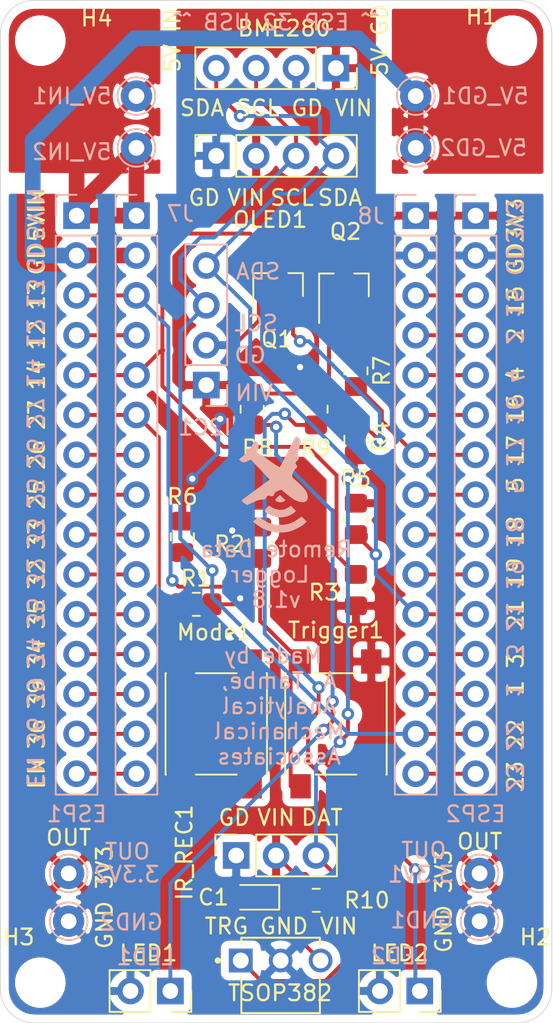
<source format=kicad_pcb>
(kicad_pcb (version 20171130) (host pcbnew "(5.1.9-0-10_14)")
  (layers (0 F.Cu signal) (31 B.Cu signal) (34 B.Paste user) (35 F.Paste user hide) (36 B.SilkS user) (37 F.SilkS user) (38 B.Mask user) (39 F.Mask user) (44 Edge.Cuts user))
  (net 0 "")
  (net 1 /GND)
  (net 2 /3V3)
  (net 3 /SDA)
  (net 4 /SCL)
  (net 5 "Net-(Q1-Pad2)")
  (net 6 /5VIN)
  (net 7 /5VGD)
  (net 8 "Net-(ESP1-Pad15)")
  (net 9 "Net-(ESP1-Pad14)")
  (net 10 "Net-(ESP1-Pad13)")
  (net 11 "Net-(ESP1-Pad12)")
  (net 12 "Net-(ESP1-Pad11)")
  (net 13 "Net-(ESP1-Pad10)")
  (net 14 "Net-(ESP1-Pad9)")
  (net 15 "Net-(ESP1-Pad8)")
  (net 16 "Net-(ESP1-Pad7)")
  (net 17 "Net-(ESP1-Pad6)")
  (net 18 "Net-(ESP1-Pad5)")
  (net 19 "Net-(ESP1-Pad4)")
  (net 20 "Net-(ESP1-Pad3)")
  (net 21 "Net-(ESP2-Pad15)")
  (net 22 "Net-(ESP2-Pad13)")
  (net 23 "Net-(ESP2-Pad12)")
  (net 24 "Net-(ESP2-Pad10)")
  (net 25 "Net-(ESP2-Pad9)")
  (net 26 "Net-(ESP2-Pad8)")
  (net 27 "Net-(ESP2-Pad7)")
  (net 28 "Net-(ESP2-Pad6)")
  (net 29 "Net-(ESP2-Pad5)")
  (net 30 "Net-(ESP2-Pad4)")
  (net 31 "Net-(ESP2-Pad3)")
  (net 32 "Net-(IR_REC1-Pad3)")
  (net 33 "Net-(LED1-Pad1)")
  (net 34 "Net-(Q2-Pad2)")
  (net 35 "Net-(C1-Pad1)")
  (net 36 "Net-(LED2-Pad1)")
  (net 37 "Net-(Q2-Pad1)")
  (module TSOP38238:XDCR_TSOP38238 (layer F.Cu) (at 170.469 164.3)
    (fp_text reference TSOP382 (at -0.035 2.07) (layer F.SilkS))
    (fp_text value "1 2 3")
    (pad 3 thru_hole circle (at 2.54 0) (size 1.518 1.518) (drill 1.01) (layers *.Cu *.Mask) (net 35 "Net-(C1-Pad1)"))
    (pad 2 thru_hole circle (at 0 0) (size 1.518 1.518) (drill 1.01) (layers *.Cu *.Mask) (net 1 /GND))
    (pad 1 thru_hole rect (at -2.54 0) (size 1.518 1.518) (drill 1.01) (layers *.Cu *.Mask) (net 32 "Net-(IR_REC1-Pad3)"))
  )
  (module Resistor_SMD:R_0805_2012Metric_Pad1.20x1.40mm_HandSolder (layer F.Cu) (at 172.736 160.4645 180)
    (fp_text reference R10 (at -3.2225 0 180) (layer F.SilkS))
    (fp_text value 200)
    (pad 2 smd roundrect (at 1 0 180) (size 1.2 1.4) (layers F.Cu F.Paste F.Mask) (roundrect_rratio 0.208333) (net 35 "Net-(C1-Pad1)"))
    (pad 1 smd roundrect (at -1 0 180) (size 1.2 1.4) (layers F.Cu F.Paste F.Mask) (roundrect_rratio 0.208333) (net 2 /3V3))
  )
  (module Capacitor_Tantalum_SMD:CP_EIA-1608-08_AVX-J_Pad1.25x1.05mm_HandSolder (layer F.Cu) (at 168.694 160.274 180)
    (fp_text reference C1 (at 2.502 0 180) (layer F.SilkS))
    (fp_text value 1u)
    (pad 2 smd roundrect (at 0.8 0 180) (size 1.25 1.05) (layers F.Cu F.Paste F.Mask) (roundrect_rratio 0.238095) (net 1 /GND))
    (pad 1 smd roundrect (at -0.8 0 180) (size 1.25 1.05) (layers F.Cu F.Paste F.Mask) (roundrect_rratio 0.238095) (net 35 "Net-(C1-Pad1)"))
  )
  (module Connector_PinSocket_2.54mm:PinSocket_1x03_P2.54mm_Vertical (layer F.Cu) (at 167.64 157.607 90)
    (fp_text reference IR_REC1 (at 0.1905 -3.302 90) (layer F.SilkS))
    (fp_text value IR_RECVR_GND_VIN_DAT)
    (pad 3 thru_hole oval (at 0 5.08 90) (size 1.7 1.7) (drill 1) (layers *.Cu *.Mask) (net 32 "Net-(IR_REC1-Pad3)"))
    (pad 2 thru_hole oval (at 0 2.54 90) (size 1.7 1.7) (drill 1) (layers *.Cu *.Mask) (net 2 /3V3))
    (pad 1 thru_hole rect (at 0 0 90) (size 1.7 1.7) (drill 1) (layers *.Cu *.Mask) (net 1 /GND))
  )
  (module Resistor_SMD:R_0805_2012Metric_Pad1.20x1.40mm_HandSolder (layer F.Cu) (at 172.72 129.175 270)
    (fp_text reference R9 (at 2.4798 0 180) (layer F.SilkS))
    (fp_text value 220)
    (pad 2 smd roundrect (at 1 0 270) (size 1.2 1.4) (layers F.Cu F.Paste F.Mask) (roundrect_rratio 0.208333) (net 36 "Net-(LED2-Pad1)"))
    (pad 1 smd roundrect (at -1 0 270) (size 1.2 1.4) (layers F.Cu F.Paste F.Mask) (roundrect_rratio 0.208333) (net 37 "Net-(Q2-Pad1)"))
  )
  (module Resistor_SMD:R_0805_2012Metric_Pad1.20x1.40mm_HandSolder (layer F.Cu) (at 168.656 129.175 270)
    (fp_text reference R8 (at 2.4798 -0.3302 180) (layer F.SilkS))
    (fp_text value 220)
    (pad 2 smd roundrect (at 1 0 270) (size 1.2 1.4) (layers F.Cu F.Paste F.Mask) (roundrect_rratio 0.208333) (net 33 "Net-(LED1-Pad1)"))
    (pad 1 smd roundrect (at -1 0 270) (size 1.2 1.4) (layers F.Cu F.Paste F.Mask) (roundrect_rratio 0.208333) (net 37 "Net-(Q2-Pad1)"))
  )
  (module Resistor_SMD:R_0805_2012Metric_Pad1.20x1.40mm_HandSolder (layer F.Cu) (at 175.26 126.73 270)
    (fp_text reference R7 (at 0 -1.65 90) (layer F.SilkS))
    (fp_text value 100)
    (pad 2 smd roundrect (at 1 0 270) (size 1.2 1.4) (layers F.Cu F.Paste F.Mask) (roundrect_rratio 0.208333) (net 27 "Net-(ESP2-Pad7)"))
    (pad 1 smd roundrect (at -1 0 270) (size 1.2 1.4) (layers F.Cu F.Paste F.Mask) (roundrect_rratio 0.208333) (net 34 "Net-(Q2-Pad2)"))
  )
  (module Package_TO_SOT_SMD:SOT-23_Handsoldering (layer F.Cu) (at 174.498 121.285 90)
    (fp_text reference Q2 (at 3.429 0.1016) (layer F.SilkS))
    (fp_text value 2N2219)
    (pad 3 smd rect (at 1.5 0 90) (size 1.9 0.8) (layers F.Cu F.Paste F.Mask) (net 2 /3V3))
    (pad 2 smd rect (at -1.5 0.95 90) (size 1.9 0.8) (layers F.Cu F.Paste F.Mask) (net 34 "Net-(Q2-Pad2)"))
    (pad 1 smd rect (at -1.5 -0.95 90) (size 1.9 0.8) (layers F.Cu F.Paste F.Mask) (net 37 "Net-(Q2-Pad1)"))
  )
  (module Connector_PinSocket_2.54mm:PinSocket_1x02_P2.54mm_Vertical (layer F.Cu) (at 179.324 166.243 270)
    (fp_text reference LED2 (at -2.413 1.27 180) (layer F.SilkS))
    (fp_text value "ANO CAT")
    (pad 2 thru_hole oval (at 0 2.54 270) (size 1.7 1.7) (drill 1) (layers *.Cu *.Mask) (net 1 /GND))
    (pad 1 thru_hole rect (at 0 0 270) (size 1.7 1.7) (drill 1) (layers *.Cu *.Mask) (net 36 "Net-(LED2-Pad1)"))
  )
  (module Connector_PinSocket_2.54mm:PinSocket_1x02_P2.54mm_Vertical (layer F.Cu) (at 163.449 166.243 270)
    (fp_text reference LED1 (at -2.413 1.397 180) (layer F.SilkS))
    (fp_text value "AN CAT")
    (pad 2 thru_hole oval (at 0 2.54 270) (size 1.7 1.7) (drill 1) (layers *.Cu *.Mask) (net 1 /GND))
    (pad 1 thru_hole rect (at 0 0 270) (size 1.7 1.7) (drill 1) (layers *.Cu *.Mask) (net 33 "Net-(LED1-Pad1)"))
  )
  (module MountingHole:MountingHole_2.2mm_M2 (layer F.Cu) (at 155.1686 105.6894)
    (fp_text reference H4 (at 3.5814 -1.4224) (layer F.SilkS))
    (fp_text value MountingHole)
    (pad 1 np_thru_hole circle (at 0 0) (size 2.2 2.2) (drill 2.2) (layers *.Cu *.Mask))
  )
  (module MountingHole:MountingHole_2.2mm_M2 (layer F.Cu) (at 155.1686 165.7096)
    (fp_text reference H3 (at -1.3716 -2.8956) (layer F.SilkS))
    (fp_text value MountingHole)
    (pad 1 np_thru_hole circle (at 0 0) (size 2.2 2.2) (drill 2.2) (layers *.Cu *.Mask))
  )
  (module MountingHole:MountingHole_2.2mm_M2 (layer F.Cu) (at 185.1914 165.7096)
    (fp_text reference H2 (at 1.4986 -2.8956) (layer F.SilkS))
    (fp_text value MountingHole)
    (pad 1 np_thru_hole circle (at 0 0) (size 2.2 2.2) (drill 2.2) (layers *.Cu *.Mask))
  )
  (module MountingHole:MountingHole_2.2mm_M2 (layer F.Cu) (at 185.1914 105.6894)
    (fp_text reference H1 (at -1.9304 -1.5494) (layer F.SilkS))
    (fp_text value MountingHole)
    (pad 1 np_thru_hole circle (at 0 0) (size 2.2 2.2) (drill 2.2) (layers *.Cu *.Mask))
  )
  (module Resistor_SMD:R_0805_2012Metric_Pad1.20x1.40mm_HandSolder (layer F.Cu) (at 164.211 137.303 90)
    (fp_text reference R6 (at 2.556 0 180) (layer F.SilkS))
    (fp_text value 2400)
    (pad 2 smd roundrect (at 1 0 90) (size 1.2 1.4) (layers F.Cu F.Paste F.Mask) (roundrect_rratio 0.208333) (net 2 /3V3))
    (pad 1 smd roundrect (at -1 0 90) (size 1.2 1.4) (layers F.Cu F.Paste F.Mask) (roundrect_rratio 0.208333) (net 4 /SCL))
  )
  (module Resistor_SMD:R_0805_2012Metric_Pad1.20x1.40mm_HandSolder (layer F.Cu) (at 175.26 136.16 90)
    (fp_text reference R5 (at 2.556 0 180) (layer F.SilkS))
    (fp_text value 2400)
    (pad 2 smd roundrect (at 1 0 90) (size 1.2 1.4) (layers F.Cu F.Paste F.Mask) (roundrect_rratio 0.208333) (net 2 /3V3))
    (pad 1 smd roundrect (at -1 0 90) (size 1.2 1.4) (layers F.Cu F.Paste F.Mask) (roundrect_rratio 0.208333) (net 3 /SDA))
  )
  (module amazon_ready_station:plane_graphic (layer B.Cu) (at 170.1165 134.0485 180)
    (fp_text reference G*** hide)
    (fp_text value LOGO hide)
  )
  (module TestPoint:TestPoint_THTPad_D2.0mm_Drill1.0mm (layer B.Cu) (at 161.29 112.522)
    (fp_text reference 5V_IN2 (at -4.1148 0.254) (layer B.SilkS) (effects (justify mirror)))
    (fp_text value TestPoint)
    (pad 1 thru_hole circle (at 0 0) (size 2 2) (drill 1) (layers *.Cu *.Mask) (net 6 /5VIN))
  )
  (module TestPoint:TestPoint_THTPad_D2.0mm_Drill1.0mm (layer B.Cu) (at 179.07 112.522)
    (fp_text reference 5V_GD2 (at 4.318 0) (layer B.SilkS) (effects (justify mirror)))
    (fp_text value TestPoint)
    (pad 1 thru_hole circle (at 0 0) (size 2 2) (drill 1) (layers *.Cu *.Mask) (net 7 /5VGD))
  )
  (module Button_Switch_SMD:SW_Push_1P1T_NO_6x6mm_H9.5mm (layer F.Cu) (at 166.37 149.225 90)
    (fp_text reference Mode1 (at 5.842 -0.127 180) (layer F.SilkS))
    (fp_text value SW_Push)
    (pad 2 smd rect (at 3.975 2.25 90) (size 1.55 1.3) (layers F.Cu F.Paste F.Mask) (net 17 "Net-(ESP1-Pad6)"))
    (pad 1 smd rect (at 3.975 -2.25 90) (size 1.55 1.3) (layers F.Cu F.Paste F.Mask) (net 2 /3V3))
    (pad 1 smd rect (at -3.975 -2.25 90) (size 1.55 1.3) (layers F.Cu F.Paste F.Mask) (net 2 /3V3))
    (pad 2 smd rect (at -3.975 2.25 90) (size 1.55 1.3) (layers F.Cu F.Paste F.Mask) (net 17 "Net-(ESP1-Pad6)"))
  )
  (module TestPoint:TestPoint_THTPad_D2.0mm_Drill1.0mm (layer B.Cu) (at 161.29 109.22)
    (fp_text reference 5V_IN1 (at -4.1148 0) (layer B.SilkS) (effects (justify mirror)))
    (fp_text value TestPoint)
    (pad 1 thru_hole circle (at 0 0) (size 2 2) (drill 1) (layers *.Cu *.Mask) (net 6 /5VIN))
  )
  (module TestPoint:TestPoint_THTPad_D2.0mm_Drill1.0mm (layer B.Cu) (at 179.07 109.22)
    (fp_text reference 5V_GD1 (at 4.4196 0) (layer B.SilkS) (effects (justify mirror)))
    (fp_text value TestPoint)
    (pad 1 thru_hole circle (at 0 0) (size 2 2) (drill 1) (layers *.Cu *.Mask) (net 7 /5VGD))
  )
  (module TestPoint:TestPoint_THTPad_D2.0mm_Drill1.0mm (layer B.Cu) (at 156.972 161.798)
    (fp_text reference GND2 (at 4.0005 0.0635) (layer B.SilkS) (effects (justify mirror)))
    (fp_text value TestPoint)
    (pad 1 thru_hole circle (at 0 0) (size 2 2) (drill 1) (layers *.Cu *.Mask) (net 1 /GND))
  )
  (module TestPoint:TestPoint_THTPad_D2.0mm_Drill1.0mm (layer B.Cu) (at 183.134 161.798)
    (fp_text reference GND1 (at -3.683 -0.0635) (layer B.SilkS) (effects (justify mirror)))
    (fp_text value TestPoint)
    (pad 1 thru_hole circle (at 0 0) (size 2 2) (drill 1) (layers *.Cu *.Mask) (net 1 /GND))
  )
  (module TestPoint:TestPoint_THTPad_D2.0mm_Drill1.0mm (layer B.Cu) (at 156.972 158.75)
    (fp_text reference 3.3V2 (at 3.683 0.0635) (layer B.SilkS) (effects (justify mirror)))
    (fp_text value TestPoint)
    (pad 1 thru_hole circle (at 0 0) (size 2 2) (drill 1) (layers *.Cu *.Mask) (net 2 /3V3))
  )
  (module TestPoint:TestPoint_THTPad_D2.0mm_Drill1.0mm (layer B.Cu) (at 183.134 158.75)
    (fp_text reference 3.3V1 (at -3.7465 0.0635) (layer B.SilkS) (effects (justify mirror)))
    (fp_text value TestPoint)
    (pad 1 thru_hole circle (at 0 0) (size 2 2) (drill 1) (layers *.Cu *.Mask) (net 2 /3V3))
  )
  (module Connector_PinSocket_2.54mm:PinSocket_1x04_P2.54mm_Vertical (layer B.Cu) (at 165.735 127.635)
    (fp_text reference I2C1 (at -0.1016 2.69748 180) (layer B.SilkS) (effects (justify mirror)))
    (fp_text value "MISC VIN GND SCL SDA")
    (pad 1 thru_hole rect (at 0 0) (size 1.7 1.7) (drill 1) (layers *.Cu *.Mask) (net 2 /3V3))
    (pad 2 thru_hole oval (at 0 -2.54) (size 1.7 1.7) (drill 1) (layers *.Cu *.Mask) (net 1 /GND))
    (pad 3 thru_hole oval (at 0 -5.08) (size 1.7 1.7) (drill 1) (layers *.Cu *.Mask) (net 4 /SCL))
    (pad 4 thru_hole oval (at 0 -7.62) (size 1.7 1.7) (drill 1) (layers *.Cu *.Mask) (net 3 /SDA))
  )
  (module Button_Switch_SMD:SW_Push_1P1T_NO_6x6mm_H9.5mm (layer F.Cu) (at 173.99 149.225 270)
    (fp_text reference Trigger1 (at -5.969 0 180) (layer F.SilkS))
    (fp_text value SW_Push)
    (pad 2 smd rect (at 3.975 2.25 270) (size 1.55 1.3) (layers F.Cu F.Paste F.Mask) (net 20 "Net-(ESP1-Pad3)"))
    (pad 1 smd rect (at 3.975 -2.25 270) (size 1.55 1.3) (layers F.Cu F.Paste F.Mask) (net 2 /3V3))
    (pad 1 smd rect (at -3.975 -2.25 270) (size 1.55 1.3) (layers F.Cu F.Paste F.Mask) (net 2 /3V3))
    (pad 2 smd rect (at -3.975 2.25 270) (size 1.55 1.3) (layers F.Cu F.Paste F.Mask) (net 20 "Net-(ESP1-Pad3)"))
  )
  (module Resistor_SMD:R_0805_2012Metric_Pad1.20x1.40mm_HandSolder (layer F.Cu) (at 175.26 131.08 270)
    (fp_text reference R4 (at -0.1684 -1.5748 270) (layer F.SilkS))
    (fp_text value 100K)
    (pad 2 smd roundrect (at 1 0 270) (size 1.2 1.4) (layers F.Cu F.Paste F.Mask) (roundrect_rratio 0.2083325) (net 32 "Net-(IR_REC1-Pad3)"))
    (pad 1 smd roundrect (at -1 0 270) (size 1.2 1.4) (layers F.Cu F.Paste F.Mask) (roundrect_rratio 0.2083325) (net 5 "Net-(Q1-Pad2)"))
  )
  (module Resistor_SMD:R_0805_2012Metric_Pad1.20x1.40mm_HandSolder (layer F.Cu) (at 175.26 140.7 90)
    (fp_text reference R3 (at -0.143 -2.032 180) (layer F.SilkS))
    (fp_text value 10K)
    (pad 2 smd roundrect (at 1 0 90) (size 1.2 1.4) (layers F.Cu F.Paste F.Mask) (roundrect_rratio 0.2083325) (net 18 "Net-(ESP1-Pad5)"))
    (pad 1 smd roundrect (at -1 0 90) (size 1.2 1.4) (layers F.Cu F.Paste F.Mask) (roundrect_rratio 0.2083325) (net 2 /3V3))
  )
  (module Resistor_SMD:R_0805_2012Metric_Pad1.20x1.40mm_HandSolder (layer F.Cu) (at 169.164 137.684 90)
    (fp_text reference R2 (at -0.0856 -1.9558 180) (layer F.SilkS))
    (fp_text value 10K)
    (pad 2 smd roundrect (at 1 0 90) (size 1.2 1.4) (layers F.Cu F.Paste F.Mask) (roundrect_rratio 0.2083325) (net 1 /GND))
    (pad 1 smd roundrect (at -1 0 90) (size 1.2 1.4) (layers F.Cu F.Paste F.Mask) (roundrect_rratio 0.2083325) (net 20 "Net-(ESP1-Pad3)"))
  )
  (module Resistor_SMD:R_0805_2012Metric_Pad1.20x1.40mm_HandSolder (layer F.Cu) (at 165.1 141.605)
    (fp_text reference R1 (at -0.016 -1.651) (layer F.SilkS))
    (fp_text value 10K)
    (pad 2 smd roundrect (at 1 0) (size 1.2 1.4) (layers F.Cu F.Paste F.Mask) (roundrect_rratio 0.2083325) (net 1 /GND))
    (pad 1 smd roundrect (at -1 0) (size 1.2 1.4) (layers F.Cu F.Paste F.Mask) (roundrect_rratio 0.2083325) (net 17 "Net-(ESP1-Pad6)"))
  )
  (module Package_TO_SOT_SMD:SOT-23_Handsoldering (layer F.Cu) (at 170.307 121.261 90)
    (fp_text reference Q1 (at -3.453 -0.0762 180) (layer F.SilkS))
    (fp_text value 2N2219)
    (pad 3 smd rect (at 1.5 0 90) (size 1.9 0.8) (layers F.Cu F.Paste F.Mask) (net 18 "Net-(ESP1-Pad5)"))
    (pad 2 smd rect (at -1.5 0.95 90) (size 1.9 0.8) (layers F.Cu F.Paste F.Mask) (net 5 "Net-(Q1-Pad2)"))
    (pad 1 smd rect (at -1.5 -0.95 90) (size 1.9 0.8) (layers F.Cu F.Paste F.Mask) (net 1 /GND))
  )
  (module Connector_PinSocket_2.54mm:PinSocket_1x15_P2.54mm_Vertical (layer B.Cu) (at 179.07 116.84 180)
    (fp_text reference J8 (at 2.84988 -0.0254) (layer B.SilkS) (effects (justify mirror)))
    (fp_text value BRKOUT_RIGHT)
    (pad 15 thru_hole oval (at 0 -35.56 180) (size 1.7 1.7) (drill 1) (layers *.Cu *.Mask) (net 21 "Net-(ESP2-Pad15)"))
    (pad 14 thru_hole oval (at 0 -33.02 180) (size 1.7 1.7) (drill 1) (layers *.Cu *.Mask) (net 4 /SCL))
    (pad 13 thru_hole oval (at 0 -30.48 180) (size 1.7 1.7) (drill 1) (layers *.Cu *.Mask) (net 22 "Net-(ESP2-Pad13)"))
    (pad 12 thru_hole oval (at 0 -27.94 180) (size 1.7 1.7) (drill 1) (layers *.Cu *.Mask) (net 23 "Net-(ESP2-Pad12)"))
    (pad 11 thru_hole oval (at 0 -25.4 180) (size 1.7 1.7) (drill 1) (layers *.Cu *.Mask) (net 3 /SDA))
    (pad 10 thru_hole oval (at 0 -22.86 180) (size 1.7 1.7) (drill 1) (layers *.Cu *.Mask) (net 24 "Net-(ESP2-Pad10)"))
    (pad 9 thru_hole oval (at 0 -20.32 180) (size 1.7 1.7) (drill 1) (layers *.Cu *.Mask) (net 25 "Net-(ESP2-Pad9)"))
    (pad 8 thru_hole oval (at 0 -17.78 180) (size 1.7 1.7) (drill 1) (layers *.Cu *.Mask) (net 26 "Net-(ESP2-Pad8)"))
    (pad 7 thru_hole oval (at 0 -15.24 180) (size 1.7 1.7) (drill 1) (layers *.Cu *.Mask) (net 27 "Net-(ESP2-Pad7)"))
    (pad 6 thru_hole oval (at 0 -12.7 180) (size 1.7 1.7) (drill 1) (layers *.Cu *.Mask) (net 28 "Net-(ESP2-Pad6)"))
    (pad 5 thru_hole oval (at 0 -10.16 180) (size 1.7 1.7) (drill 1) (layers *.Cu *.Mask) (net 29 "Net-(ESP2-Pad5)"))
    (pad 4 thru_hole oval (at 0 -7.62 180) (size 1.7 1.7) (drill 1) (layers *.Cu *.Mask) (net 30 "Net-(ESP2-Pad4)"))
    (pad 3 thru_hole oval (at 0 -5.08 180) (size 1.7 1.7) (drill 1) (layers *.Cu *.Mask) (net 31 "Net-(ESP2-Pad3)"))
    (pad 2 thru_hole oval (at 0 -2.54 180) (size 1.7 1.7) (drill 1) (layers *.Cu *.Mask) (net 1 /GND))
    (pad 1 thru_hole rect (at 0 0 180) (size 1.7 1.7) (drill 1) (layers *.Cu *.Mask) (net 2 /3V3))
  )
  (module Connector_PinSocket_2.54mm:PinSocket_1x15_P2.54mm_Vertical (layer B.Cu) (at 161.29 116.84 180)
    (fp_text reference J7 (at -2.794 0.127) (layer B.SilkS) (effects (justify mirror)))
    (fp_text value BRKOUT_LEFT)
    (pad 15 thru_hole oval (at 0 -35.56 180) (size 1.7 1.7) (drill 1) (layers *.Cu *.Mask) (net 8 "Net-(ESP1-Pad15)"))
    (pad 14 thru_hole oval (at 0 -33.02 180) (size 1.7 1.7) (drill 1) (layers *.Cu *.Mask) (net 9 "Net-(ESP1-Pad14)"))
    (pad 13 thru_hole oval (at 0 -30.48 180) (size 1.7 1.7) (drill 1) (layers *.Cu *.Mask) (net 10 "Net-(ESP1-Pad13)"))
    (pad 12 thru_hole oval (at 0 -27.94 180) (size 1.7 1.7) (drill 1) (layers *.Cu *.Mask) (net 11 "Net-(ESP1-Pad12)"))
    (pad 11 thru_hole oval (at 0 -25.4 180) (size 1.7 1.7) (drill 1) (layers *.Cu *.Mask) (net 12 "Net-(ESP1-Pad11)"))
    (pad 10 thru_hole oval (at 0 -22.86 180) (size 1.7 1.7) (drill 1) (layers *.Cu *.Mask) (net 13 "Net-(ESP1-Pad10)"))
    (pad 9 thru_hole oval (at 0 -20.32 180) (size 1.7 1.7) (drill 1) (layers *.Cu *.Mask) (net 14 "Net-(ESP1-Pad9)"))
    (pad 8 thru_hole oval (at 0 -17.78 180) (size 1.7 1.7) (drill 1) (layers *.Cu *.Mask) (net 15 "Net-(ESP1-Pad8)"))
    (pad 7 thru_hole oval (at 0 -15.24 180) (size 1.7 1.7) (drill 1) (layers *.Cu *.Mask) (net 16 "Net-(ESP1-Pad7)"))
    (pad 6 thru_hole oval (at 0 -12.7 180) (size 1.7 1.7) (drill 1) (layers *.Cu *.Mask) (net 17 "Net-(ESP1-Pad6)"))
    (pad 5 thru_hole oval (at 0 -10.16 180) (size 1.7 1.7) (drill 1) (layers *.Cu *.Mask) (net 18 "Net-(ESP1-Pad5)"))
    (pad 4 thru_hole oval (at 0 -7.62 180) (size 1.7 1.7) (drill 1) (layers *.Cu *.Mask) (net 19 "Net-(ESP1-Pad4)"))
    (pad 3 thru_hole oval (at 0 -5.08 180) (size 1.7 1.7) (drill 1) (layers *.Cu *.Mask) (net 20 "Net-(ESP1-Pad3)"))
    (pad 2 thru_hole oval (at 0 -2.54 180) (size 1.7 1.7) (drill 1) (layers *.Cu *.Mask) (net 7 /5VGD))
    (pad 1 thru_hole rect (at 0 0 180) (size 1.7 1.7) (drill 1) (layers *.Cu *.Mask) (net 6 /5VIN))
  )
  (module Connector_PinSocket_2.54mm:PinSocket_1x15_P2.54mm_Vertical (layer B.Cu) (at 182.88 116.84 180)
    (fp_text reference ESP2 (at 0 -38.1254) (layer B.SilkS) (effects (justify mirror)))
    (fp_text value "ESP32 Right 3V3 GND to D22 D23")
    (pad 15 thru_hole oval (at 0 -35.56 180) (size 1.7 1.7) (drill 1) (layers *.Cu *.Mask) (net 21 "Net-(ESP2-Pad15)"))
    (pad 14 thru_hole oval (at 0 -33.02 180) (size 1.7 1.7) (drill 1) (layers *.Cu *.Mask) (net 4 /SCL))
    (pad 13 thru_hole oval (at 0 -30.48 180) (size 1.7 1.7) (drill 1) (layers *.Cu *.Mask) (net 22 "Net-(ESP2-Pad13)"))
    (pad 12 thru_hole oval (at 0 -27.94 180) (size 1.7 1.7) (drill 1) (layers *.Cu *.Mask) (net 23 "Net-(ESP2-Pad12)"))
    (pad 11 thru_hole oval (at 0 -25.4 180) (size 1.7 1.7) (drill 1) (layers *.Cu *.Mask) (net 3 /SDA))
    (pad 10 thru_hole oval (at 0 -22.86 180) (size 1.7 1.7) (drill 1) (layers *.Cu *.Mask) (net 24 "Net-(ESP2-Pad10)"))
    (pad 9 thru_hole oval (at 0 -20.32 180) (size 1.7 1.7) (drill 1) (layers *.Cu *.Mask) (net 25 "Net-(ESP2-Pad9)"))
    (pad 8 thru_hole oval (at 0 -17.78 180) (size 1.7 1.7) (drill 1) (layers *.Cu *.Mask) (net 26 "Net-(ESP2-Pad8)"))
    (pad 7 thru_hole oval (at 0 -15.24 180) (size 1.7 1.7) (drill 1) (layers *.Cu *.Mask) (net 27 "Net-(ESP2-Pad7)"))
    (pad 6 thru_hole oval (at 0 -12.7 180) (size 1.7 1.7) (drill 1) (layers *.Cu *.Mask) (net 28 "Net-(ESP2-Pad6)"))
    (pad 5 thru_hole oval (at 0 -10.16 180) (size 1.7 1.7) (drill 1) (layers *.Cu *.Mask) (net 29 "Net-(ESP2-Pad5)"))
    (pad 4 thru_hole oval (at 0 -7.62 180) (size 1.7 1.7) (drill 1) (layers *.Cu *.Mask) (net 30 "Net-(ESP2-Pad4)"))
    (pad 3 thru_hole oval (at 0 -5.08 180) (size 1.7 1.7) (drill 1) (layers *.Cu *.Mask) (net 31 "Net-(ESP2-Pad3)"))
    (pad 2 thru_hole oval (at 0 -2.54 180) (size 1.7 1.7) (drill 1) (layers *.Cu *.Mask) (net 1 /GND))
    (pad 1 thru_hole rect (at 0 0 180) (size 1.7 1.7) (drill 1) (layers *.Cu *.Mask) (net 2 /3V3))
  )
  (module Connector_PinSocket_2.54mm:PinSocket_1x04_P2.54mm_Vertical (layer F.Cu) (at 166.37 113.03 90)
    (fp_text reference OLED1 (at -4.064 3.429 180) (layer F.SilkS))
    (fp_text value "SSD1306 GND VCC SCL SDA")
    (pad 4 thru_hole oval (at 0 7.62 90) (size 1.7 1.7) (drill 1) (layers *.Cu *.Mask) (net 3 /SDA))
    (pad 3 thru_hole oval (at 0 5.08 90) (size 1.7 1.7) (drill 1) (layers *.Cu *.Mask) (net 4 /SCL))
    (pad 2 thru_hole oval (at 0 2.54 90) (size 1.7 1.7) (drill 1) (layers *.Cu *.Mask) (net 2 /3V3))
    (pad 1 thru_hole rect (at 0 0 90) (size 1.7 1.7) (drill 1) (layers *.Cu *.Mask) (net 1 /GND))
  )
  (module Connector_PinSocket_2.54mm:PinSocket_1x04_P2.54mm_Vertical (layer F.Cu) (at 173.99 107.442 270)
    (fp_text reference BME280 (at -2.54 3.302 180) (layer F.SilkS))
    (fp_text value "BMP180 VIN GND SCL SDA")
    (pad 4 thru_hole oval (at 0 7.62 270) (size 1.7 1.7) (drill 1) (layers *.Cu *.Mask) (net 3 /SDA))
    (pad 3 thru_hole oval (at 0 5.08 270) (size 1.7 1.7) (drill 1) (layers *.Cu *.Mask) (net 4 /SCL))
    (pad 2 thru_hole oval (at 0 2.54 270) (size 1.7 1.7) (drill 1) (layers *.Cu *.Mask) (net 1 /GND))
    (pad 1 thru_hole rect (at 0 0 270) (size 1.7 1.7) (drill 1) (layers *.Cu *.Mask) (net 2 /3V3))
  )
  (module Connector_PinSocket_2.54mm:PinSocket_1x15_P2.54mm_Vertical (layer B.Cu) (at 157.48 116.84 180)
    (fp_text reference ESP1 (at -0.00508 -38.13048) (layer B.SilkS) (effects (justify mirror)))
    (fp_text value "ESP 32 Left VIN GND to VP EN")
    (pad 15 thru_hole oval (at 0 -35.56 180) (size 1.7 1.7) (drill 1) (layers *.Cu *.Mask) (net 8 "Net-(ESP1-Pad15)"))
    (pad 14 thru_hole oval (at 0 -33.02 180) (size 1.7 1.7) (drill 1) (layers *.Cu *.Mask) (net 9 "Net-(ESP1-Pad14)"))
    (pad 13 thru_hole oval (at 0 -30.48 180) (size 1.7 1.7) (drill 1) (layers *.Cu *.Mask) (net 10 "Net-(ESP1-Pad13)"))
    (pad 12 thru_hole oval (at 0 -27.94 180) (size 1.7 1.7) (drill 1) (layers *.Cu *.Mask) (net 11 "Net-(ESP1-Pad12)"))
    (pad 11 thru_hole oval (at 0 -25.4 180) (size 1.7 1.7) (drill 1) (layers *.Cu *.Mask) (net 12 "Net-(ESP1-Pad11)"))
    (pad 10 thru_hole oval (at 0 -22.86 180) (size 1.7 1.7) (drill 1) (layers *.Cu *.Mask) (net 13 "Net-(ESP1-Pad10)"))
    (pad 9 thru_hole oval (at 0 -20.32 180) (size 1.7 1.7) (drill 1) (layers *.Cu *.Mask) (net 14 "Net-(ESP1-Pad9)"))
    (pad 8 thru_hole oval (at 0 -17.78 180) (size 1.7 1.7) (drill 1) (layers *.Cu *.Mask) (net 15 "Net-(ESP1-Pad8)"))
    (pad 7 thru_hole oval (at 0 -15.24 180) (size 1.7 1.7) (drill 1) (layers *.Cu *.Mask) (net 16 "Net-(ESP1-Pad7)"))
    (pad 6 thru_hole oval (at 0 -12.7 180) (size 1.7 1.7) (drill 1) (layers *.Cu *.Mask) (net 17 "Net-(ESP1-Pad6)"))
    (pad 5 thru_hole oval (at 0 -10.16 180) (size 1.7 1.7) (drill 1) (layers *.Cu *.Mask) (net 18 "Net-(ESP1-Pad5)"))
    (pad 4 thru_hole oval (at 0 -7.62 180) (size 1.7 1.7) (drill 1) (layers *.Cu *.Mask) (net 19 "Net-(ESP1-Pad4)"))
    (pad 3 thru_hole oval (at 0 -5.08 180) (size 1.7 1.7) (drill 1) (layers *.Cu *.Mask) (net 20 "Net-(ESP1-Pad3)"))
    (pad 2 thru_hole oval (at 0 -2.54 180) (size 1.7 1.7) (drill 1) (layers *.Cu *.Mask) (net 7 /5VGD))
    (pad 1 thru_hole rect (at 0 0 180) (size 1.7 1.7) (drill 1) (layers *.Cu *.Mask) (net 6 /5VIN))
  )
  (gr_text LED2 (at 178.054 164.0205) (layer B.SilkS) (effects (font (size 1 1)) (justify mirror)))
  (gr_text LED1 (at 161.8615 164.084) (layer B.SilkS) (effects (font (size 1 1)) (justify mirror)))
  (gr_text "TRG GND VIN" (at 170.4975 162.1155) (layer F.SilkS) (effects (font (size 1 1))))
  (gr_text "Remote Data\n Logger\nv1.8" (at 170.18 139.7) (layer B.SilkS) (effects (font (size 1 1)) (justify mirror)))
  (gr_text 33 (at 154.813 137.033 270) (layer B.SilkS) (effects (font (size 1 1)) (justify mirror)))
  (gr_text 27 (at 154.813 129.413 270) (layer B.SilkS) (effects (font (size 1 1)) (justify mirror)))
  (gr_text 5VIN (at 154.813 116.713 270) (layer B.SilkS) (effects (font (size 1 1)) (justify mirror)))
  (gr_text GD (at 154.813 119.507 270) (layer B.SilkS) (effects (font (size 1 1)) (justify mirror)))
  (gr_text 13 (at 154.813 121.793 270) (layer B.SilkS) (effects (font (size 1 1)) (justify mirror)))
  (gr_text 12 (at 154.813 124.333 270) (layer B.SilkS) (effects (font (size 1 1)) (justify mirror)))
  (gr_text 14 (at 154.813 126.873 270) (layer B.SilkS) (effects (font (size 1 1)) (justify mirror)))
  (gr_text 26 (at 154.813 131.953 270) (layer B.SilkS) (effects (font (size 1 1)) (justify mirror)))
  (gr_text 25 (at 154.813 134.493 270) (layer B.SilkS) (effects (font (size 1 1)) (justify mirror)))
  (gr_text 32 (at 154.813 139.573 270) (layer B.SilkS) (effects (font (size 1 1)) (justify mirror)))
  (gr_text 35 (at 154.813 142.113 270) (layer B.SilkS) (effects (font (size 1 1)) (justify mirror)))
  (gr_text 34 (at 154.813 144.653 270) (layer B.SilkS) (effects (font (size 1 1)) (justify mirror)))
  (gr_text 39 (at 154.813 147.193 270) (layer B.SilkS) (effects (font (size 1 1)) (justify mirror)))
  (gr_text 36 (at 154.813 149.733 270) (layer B.SilkS) (effects (font (size 1 1)) (justify mirror)))
  (gr_text EN (at 154.813 152.273 270) (layer B.SilkS) (effects (font (size 1 1)) (justify mirror)))
  (gr_text 3V3 (at 185.33364 117.21084 270) (layer B.SilkS) (effects (font (size 1 1)) (justify mirror)))
  (gr_text "23 22  1  3 21 19 18  5 17 16 4  2 15 GD" (at 185.34888 136.15924 -90) (layer B.SilkS) (effects (font (size 1 1)) (justify mirror)))
  (gr_text 3V3 (at 185.42 117.094 90) (layer F.SilkS) (effects (font (size 1 1))))
  (gr_text GD (at 167.513 155.194) (layer F.SilkS) (effects (font (size 1 1))))
  (gr_text DAT (at 173.101 155.194) (layer F.SilkS) (effects (font (size 1 1))))
  (gr_text "5V GD" (at 176.784 105.664 90) (layer F.SilkS) (effects (font (size 1 1))))
  (gr_text "5V IN" (at 163.576 105.664 90) (layer F.SilkS) (effects (font (size 1 1))))
  (gr_text OUT (at 156.972 156.464) (layer F.SilkS) (effects (font (size 1 1))))
  (gr_text OUT (at 183.134 156.718) (layer F.SilkS) (effects (font (size 1 1))))
  (gr_text OUT (at 160.7185 157.353) (layer B.SilkS) (effects (font (size 1 1)) (justify mirror)))
  (gr_text OUT (at 179.578 157.2895) (layer B.SilkS) (effects (font (size 1 1)) (justify mirror)))
  (gr_arc (start 154.7876 105.283) (end 154.7876 103.124) (angle -90) (layer Edge.Cuts) (width 0.05))
  (gr_arc (start 185.5724 105.283) (end 187.7314 105.283) (angle -90) (layer Edge.Cuts) (width 0.05))
  (gr_arc (start 185.5724 166.116) (end 185.5724 168.275) (angle -90) (layer Edge.Cuts) (width 0.05))
  (gr_arc (start 154.7876 166.116) (end 152.6286 166.116) (angle -90) (layer Edge.Cuts) (width 0.05))
  (gr_text GD (at 165.608 115.697) (layer F.SilkS) (effects (font (size 1 1))))
  (gr_text VIN (at 168.275 115.697) (layer F.SilkS) (effects (font (size 1 1))))
  (gr_text "^^ ESP 32 USB ^^" (at 170.18 104.521) (layer B.SilkS) (effects (font (size 1 1)) (justify mirror)))
  (gr_text VIN (at 168.783 128.143) (layer B.SilkS) (effects (font (size 1 1)) (justify mirror)))
  (gr_text GD (at 168.529 125.73) (layer B.SilkS) (effects (font (size 1 1)) (justify mirror)))
  (gr_text SCL (at 168.91 123.698) (layer B.SilkS) (effects (font (size 1 1)) (justify mirror)))
  (gr_text SDA (at 169.037 120.396) (layer B.SilkS) (effects (font (size 1 1)) (justify mirror)))
  (gr_text EN (at 154.94 152.4 90) (layer F.SilkS) (effects (font (size 1 1))))
  (gr_text 36 (at 154.94 149.86 90) (layer F.SilkS) (effects (font (size 1 1))))
  (gr_text 39 (at 154.94 147.32 90) (layer F.SilkS) (effects (font (size 1 1))))
  (gr_text 34 (at 154.94 144.78 90) (layer F.SilkS) (effects (font (size 1 1))))
  (gr_text 35 (at 154.94 142.24 90) (layer F.SilkS) (effects (font (size 1 1))))
  (gr_text 32 (at 154.94 139.7 90) (layer F.SilkS) (effects (font (size 1 1))))
  (gr_text 33 (at 154.94 137.16 90) (layer F.SilkS) (effects (font (size 1 1))))
  (gr_text 25 (at 154.94 134.62 90) (layer F.SilkS) (effects (font (size 1 1))))
  (gr_text 26 (at 154.94 132.08 90) (layer F.SilkS) (effects (font (size 1 1))))
  (gr_text 27 (at 154.94 129.54 90) (layer F.SilkS) (effects (font (size 1 1))))
  (gr_text 14 (at 154.94 127 90) (layer F.SilkS) (effects (font (size 1 1))))
  (gr_text 12 (at 154.94 124.46 90) (layer F.SilkS) (effects (font (size 1 1))))
  (gr_text 13 (at 154.94 121.92 90) (layer F.SilkS) (effects (font (size 1 1))))
  (gr_text GD (at 154.94 119.634 90) (layer F.SilkS) (effects (font (size 1 1))))
  (gr_text 5VIN (at 154.94 116.84 90) (layer F.SilkS) (effects (font (size 1 1))))
  (gr_text "23 22  1 3  21 19 18  5 17 16 4  2 15 GD" (at 185.42 136.017 90) (layer F.SilkS) (effects (font (size 1 1))))
  (gr_text SDA (at 174.244 115.697) (layer F.SilkS) (effects (font (size 1 1))))
  (gr_text SCL (at 171.196 115.697) (layer F.SilkS) (effects (font (size 1 1))))
  (gr_text "SDA SCL GD VIN" (at 170.18 109.982) (layer F.SilkS) (effects (font (size 1 1))))
  (gr_text "GND 3V3" (at 159.258 160.274 90) (layer F.SilkS) (effects (font (size 1 1))))
  (gr_text "GND 3V3" (at 180.848 160.528 90) (layer F.SilkS) (effects (font (size 1 1))))
  (gr_text VIN (at 170.18 155.194) (layer F.SilkS) (effects (font (size 1 1))))
  (gr_text " Made by\nA. Tambe,\nAnalytical\nMechanical\nAssociates" (at 170.3705 148.082) (layer B.SilkS) (effects (font (size 1 1)) (justify mirror)))
  (gr_line (start 185.5724 168.275) (end 154.7876 168.275) (layer Edge.Cuts) (width 0.05))
  (gr_line (start 152.6286 166.116) (end 152.6286 105.283) (layer Edge.Cuts) (width 0.05))
  (gr_line (start 187.7314 105.283) (end 187.7314 166.116) (layer Edge.Cuts) (width 0.05))
  (gr_line (start 154.7876 103.124) (end 185.5724 103.124) (layer Edge.Cuts) (width 0.05))
  (segment (start 182.88 119.38) (end 182.88 119.253) (width 0.25) (layer F.Cu) (net 1))
  (via (at 167.894 141.224) (size 0.8) (drill 0.4) (layers F.Cu B.Cu) (net 1))
  (segment (start 166.1 141.605) (end 167.64 141.605) (width 0.25) (layer F.Cu) (net 1))
  (segment (start 169.357 122.761) (end 169.357 123.251) (width 0.25) (layer F.Cu) (net 1))
  (segment (start 167.513 125.095) (end 165.735 125.095) (width 0.25) (layer F.Cu) (net 1))
  (segment (start 169.357 123.251) (end 167.513 125.095) (width 0.25) (layer F.Cu) (net 1))
  (segment (start 168.072 161.903) (end 170.469 164.3) (width 0.25) (layer F.Cu) (net 1))
  (segment (start 167.894 141.351) (end 167.64 141.605) (width 0.25) (layer F.Cu) (net 1))
  (segment (start 167.894 141.224) (end 167.894 141.351) (width 0.25) (layer F.Cu) (net 1))
  (via (at 167.208153 143.687847) (size 0.8) (drill 0.4) (layers F.Cu B.Cu) (net 1))
  (segment (start 166.1 142.579694) (end 167.208153 143.687847) (width 0.25) (layer F.Cu) (net 1))
  (segment (start 166.1 141.605) (end 166.1 142.579694) (width 0.25) (layer F.Cu) (net 1))
  (via (at 171.704 126.492) (size 0.8) (drill 0.4) (layers F.Cu B.Cu) (net 1))
  (segment (start 169.357 124.145) (end 171.704 126.492) (width 0.25) (layer F.Cu) (net 1))
  (segment (start 169.357 122.761) (end 169.357 124.145) (width 0.25) (layer F.Cu) (net 1))
  (via (at 167.386 136.906) (size 0.8) (drill 0.4) (layers F.Cu B.Cu) (net 1))
  (segment (start 167.608 136.684) (end 167.386 136.906) (width 0.25) (layer F.Cu) (net 1))
  (segment (start 169.164 136.684) (end 167.608 136.684) (width 0.25) (layer F.Cu) (net 1))
  (segment (start 167.894 161.725) (end 168.072 161.903) (width 0.25) (layer F.Cu) (net 1))
  (segment (start 167.894 160.274) (end 167.894 161.725) (width 0.25) (layer F.Cu) (net 1))
  (segment (start 164.719 136.668) (end 164.719 136.652) (width 0.25) (layer F.Cu) (net 2))
  (via (at 166.624 129.794) (size 0.8) (drill 0.4) (layers F.Cu B.Cu) (net 2))
  (segment (start 165.735 129.413) (end 166.497 130.175) (width 0.25) (layer F.Cu) (net 2))
  (segment (start 165.735 127.635) (end 165.735 129.413) (width 0.25) (layer F.Cu) (net 2))
  (via (at 164.846 133.604) (size 0.8) (drill 0.4) (layers F.Cu B.Cu) (net 2))
  (segment (start 166.497 131.953) (end 164.846 133.604) (width 0.25) (layer B.Cu) (net 2))
  (segment (start 166.497 130.175) (end 166.497 131.953) (width 0.25) (layer B.Cu) (net 2))
  (segment (start 166.624 130.048) (end 166.497 130.175) (width 0.25) (layer B.Cu) (net 2))
  (segment (start 166.624 129.794) (end 166.624 130.048) (width 0.25) (layer B.Cu) (net 2))
  (segment (start 171.355001 158.782001) (end 172.053501 158.782001) (width 0.25) (layer F.Cu) (net 2))
  (segment (start 172.053501 158.782001) (end 173.736 160.4645) (width 0.25) (layer F.Cu) (net 2))
  (segment (start 170.18 157.607) (end 171.355001 158.782001) (width 0.25) (layer F.Cu) (net 2))
  (segment (start 182.88 142.24) (end 179.07 142.24) (width 0.25) (layer F.Cu) (net 3))
  (segment (start 173.99 112.649) (end 173.99 113.03) (width 0.25) (layer F.Cu) (net 3))
  (via (at 167.894 110.49) (size 0.8) (drill 0.4) (layers F.Cu B.Cu) (net 3))
  (segment (start 166.37 108.966) (end 167.894 110.49) (width 0.25) (layer F.Cu) (net 3))
  (segment (start 166.37 107.442) (end 166.37 108.966) (width 0.25) (layer F.Cu) (net 3))
  (segment (start 167.894 110.49) (end 172.974 110.49) (width 0.25) (layer B.Cu) (net 3))
  (segment (start 172.974 112.014) (end 173.99 113.03) (width 0.25) (layer B.Cu) (net 3))
  (segment (start 172.974 110.49) (end 172.974 112.014) (width 0.25) (layer B.Cu) (net 3))
  (segment (start 173.99 113.03) (end 171.577 115.443) (width 0.25) (layer B.Cu) (net 3))
  (segment (start 170.307 115.443) (end 165.735 120.015) (width 0.25) (layer B.Cu) (net 3))
  (segment (start 171.577 115.443) (end 170.307 115.443) (width 0.25) (layer B.Cu) (net 3))
  (segment (start 165.735 120.015) (end 166.910001 121.190001) (width 0.25) (layer B.Cu) (net 3))
  (segment (start 166.967003 121.190001) (end 168.529 122.751998) (width 0.25) (layer B.Cu) (net 3))
  (segment (start 166.910001 121.190001) (end 166.967003 121.190001) (width 0.25) (layer B.Cu) (net 3))
  (segment (start 168.529 122.751998) (end 168.529 126.238) (width 0.25) (layer B.Cu) (net 3))
  (via (at 176.53 138.43) (size 0.8) (drill 0.4) (layers F.Cu B.Cu) (net 3))
  (segment (start 175.895 137.16) (end 175.895 137.414) (width 0.25) (layer F.Cu) (net 3))
  (segment (start 176.53 139.7) (end 176.53 138.43) (width 0.25) (layer B.Cu) (net 3))
  (segment (start 179.07 142.24) (end 176.53 139.7) (width 0.25) (layer B.Cu) (net 3))
  (segment (start 175.26 137.16) (end 176.53 138.43) (width 0.25) (layer F.Cu) (net 3))
  (segment (start 176.53 134.239) (end 168.529 126.238) (width 0.25) (layer B.Cu) (net 3))
  (segment (start 176.53 138.43) (end 176.53 134.239) (width 0.25) (layer B.Cu) (net 3))
  (segment (start 179.07 149.86) (end 182.88 149.86) (width 0.25) (layer F.Cu) (net 4))
  (segment (start 171.45 111.76) (end 168.91 109.22) (width 0.25) (layer F.Cu) (net 4))
  (segment (start 171.45 113.03) (end 171.45 111.76) (width 0.25) (layer F.Cu) (net 4))
  (segment (start 165.862 122.428) (end 165.735 122.555) (width 0.25) (layer F.Cu) (net 4))
  (segment (start 168.91 108.204) (end 168.91 109.22) (width 0.25) (layer F.Cu) (net 4))
  (segment (start 164.084 120.904) (end 165.735 122.555) (width 0.25) (layer B.Cu) (net 4))
  (segment (start 166.243 118.237) (end 165.354 118.237) (width 0.25) (layer B.Cu) (net 4))
  (segment (start 164.084 119.507) (end 164.084 120.904) (width 0.25) (layer B.Cu) (net 4))
  (segment (start 165.354 118.237) (end 164.084 119.507) (width 0.25) (layer B.Cu) (net 4))
  (segment (start 171.45 113.03) (end 166.243 118.237) (width 0.25) (layer B.Cu) (net 4))
  (via (at 166.116 139.446) (size 0.8) (drill 0.4) (layers F.Cu B.Cu) (net 4))
  (segment (start 164.973 138.303) (end 166.116 139.446) (width 0.25) (layer F.Cu) (net 4))
  (segment (start 164.211 138.303) (end 164.973 138.303) (width 0.25) (layer F.Cu) (net 4))
  (segment (start 174.821998 149.86) (end 179.07 149.86) (width 0.25) (layer B.Cu) (net 4))
  (segment (start 166.116 141.154002) (end 174.821998 149.86) (width 0.25) (layer B.Cu) (net 4))
  (segment (start 166.116 139.446) (end 166.116 141.154002) (width 0.25) (layer B.Cu) (net 4))
  (segment (start 164.084 124.206) (end 165.735 122.555) (width 0.25) (layer B.Cu) (net 4))
  (segment (start 164.084 137.414) (end 164.084 124.206) (width 0.25) (layer B.Cu) (net 4))
  (segment (start 166.116 139.446) (end 164.084 137.414) (width 0.25) (layer B.Cu) (net 4))
  (via (at 176.784 131.191) (size 0.8) (drill 0.4) (layers F.Cu B.Cu) (net 5))
  (segment (start 175.673 130.08) (end 176.784 131.191) (width 0.25) (layer F.Cu) (net 5))
  (segment (start 175.26 130.08) (end 175.673 130.08) (width 0.25) (layer F.Cu) (net 5))
  (via (at 171.704 124.841) (size 0.8) (drill 0.4) (layers F.Cu B.Cu) (net 5))
  (segment (start 171.257 124.394) (end 171.704 124.841) (width 0.25) (layer F.Cu) (net 5))
  (segment (start 171.257 122.761) (end 171.257 124.394) (width 0.25) (layer F.Cu) (net 5))
  (segment (start 176.784 129.355315) (end 176.784 131.191) (width 0.25) (layer B.Cu) (net 5))
  (segment (start 172.269685 124.841) (end 176.784 129.355315) (width 0.25) (layer B.Cu) (net 5))
  (segment (start 171.704 124.841) (end 172.269685 124.841) (width 0.25) (layer B.Cu) (net 5))
  (segment (start 157.48 116.84) (end 161.29 116.84) (width 1) (layer F.Cu) (net 6))
  (segment (start 161.163 109.601) (end 161.29 109.728) (width 0.25) (layer F.Cu) (net 6))
  (segment (start 161.29 112.522) (end 161.29 116.84) (width 1) (layer F.Cu) (net 6))
  (segment (start 157.48 116.332) (end 161.29 112.522) (width 1) (layer F.Cu) (net 6))
  (segment (start 157.48 116.84) (end 157.48 116.332) (width 0.25) (layer F.Cu) (net 6))
  (segment (start 157.48 113.03) (end 157.48 116.84) (width 1) (layer F.Cu) (net 6))
  (segment (start 179.07 109.728) (end 179.07 113.03) (width 1) (layer F.Cu) (net 7))
  (segment (start 161.29 119.38) (end 157.48 119.38) (width 1) (layer F.Cu) (net 7))
  (segment (start 154.686 119.38) (end 157.48 119.38) (width 1) (layer B.Cu) (net 7))
  (segment (start 154.686 112.014) (end 154.686 119.38) (width 1) (layer B.Cu) (net 7))
  (segment (start 161.163 105.537) (end 154.686 112.014) (width 1) (layer B.Cu) (net 7))
  (segment (start 175.387 105.537) (end 161.163 105.537) (width 1) (layer B.Cu) (net 7))
  (segment (start 179.07 109.22) (end 175.387 105.537) (width 1) (layer B.Cu) (net 7))
  (segment (start 157.48 152.4) (end 161.29 152.4) (width 0.25) (layer F.Cu) (net 8))
  (segment (start 161.29 149.86) (end 157.48 149.86) (width 0.25) (layer F.Cu) (net 9))
  (segment (start 161.29 147.32) (end 157.48 147.32) (width 0.25) (layer F.Cu) (net 10))
  (segment (start 157.48 144.78) (end 161.29 144.78) (width 0.25) (layer F.Cu) (net 11))
  (segment (start 161.29 142.24) (end 157.48 142.24) (width 0.25) (layer F.Cu) (net 12))
  (segment (start 157.48 139.7) (end 161.29 139.7) (width 0.25) (layer F.Cu) (net 13))
  (segment (start 161.29 137.16) (end 157.48 137.16) (width 0.25) (layer F.Cu) (net 14))
  (segment (start 157.48 134.62) (end 161.29 134.62) (width 0.25) (layer F.Cu) (net 15))
  (segment (start 161.29 132.08) (end 157.48 132.08) (width 0.25) (layer F.Cu) (net 16))
  (segment (start 161.29 129.54) (end 157.48 129.54) (width 0.25) (layer F.Cu) (net 17))
  (segment (start 167.856 145.25) (end 168.62 145.25) (width 0.25) (layer F.Cu) (net 17))
  (segment (start 168.62 145.25) (end 168.62 153.2) (width 0.25) (layer F.Cu) (net 17))
  (segment (start 167.745 145.25) (end 168.62 145.25) (width 0.25) (layer F.Cu) (net 17))
  (segment (start 164.1 141.605) (end 167.745 145.25) (width 0.25) (layer F.Cu) (net 17))
  (segment (start 163.5 141.605) (end 162.7124 140.8174) (width 0.25) (layer F.Cu) (net 17))
  (segment (start 164.1 141.605) (end 163.5 141.605) (width 0.25) (layer F.Cu) (net 17))
  (segment (start 162.7124 130.9624) (end 161.29 129.54) (width 0.25) (layer F.Cu) (net 17))
  (segment (start 162.7124 140.8174) (end 162.7124 130.9624) (width 0.25) (layer F.Cu) (net 17))
  (segment (start 157.48 127) (end 161.29 127) (width 0.25) (layer F.Cu) (net 18))
  (segment (start 162.941 119.126) (end 164.084 117.983) (width 0.25) (layer F.Cu) (net 18))
  (segment (start 168.529 117.983) (end 170.307 119.761) (width 0.25) (layer F.Cu) (net 18))
  (segment (start 162.941 125.349) (end 162.941 119.126) (width 0.25) (layer F.Cu) (net 18))
  (segment (start 164.084 117.983) (end 168.529 117.983) (width 0.25) (layer F.Cu) (net 18))
  (segment (start 161.29 127) (end 162.941 125.349) (width 0.25) (layer F.Cu) (net 18))
  (segment (start 162.941 125.349) (end 163.01001 125.41801) (width 0.25) (layer F.Cu) (net 18))
  (segment (start 162.941 127.692002) (end 162.941 125.349) (width 0.25) (layer F.Cu) (net 18))
  (segment (start 166.820998 131.572) (end 162.941 127.692002) (width 0.25) (layer F.Cu) (net 18))
  (segment (start 172.212 131.572) (end 166.820998 131.572) (width 0.25) (layer F.Cu) (net 18))
  (segment (start 174.026999 133.386999) (end 172.212 131.572) (width 0.25) (layer F.Cu) (net 18))
  (segment (start 174.026999 138.466999) (end 174.026999 133.386999) (width 0.25) (layer F.Cu) (net 18))
  (segment (start 175.26 139.7) (end 174.026999 138.466999) (width 0.25) (layer F.Cu) (net 18))
  (segment (start 161.29 124.46) (end 157.48 124.46) (width 0.25) (layer F.Cu) (net 19))
  (segment (start 157.48 121.92) (end 161.29 121.92) (width 0.25) (layer F.Cu) (net 20))
  (segment (start 171.105 153.2) (end 171.105 145.25) (width 0.25) (layer F.Cu) (net 20))
  (segment (start 172.085 144.905) (end 171.74 145.25) (width 0.25) (layer F.Cu) (net 20))
  (via (at 163.576 140.081) (size 0.8) (drill 0.4) (layers F.Cu B.Cu) (net 20))
  (segment (start 163.461653 139.941347) (end 163.461653 134.759653) (width 0.25) (layer B.Cu) (net 20))
  (segment (start 163.461653 134.759653) (end 163.322 134.62) (width 0.25) (layer B.Cu) (net 20))
  (segment (start 163.322 123.952) (end 161.29 121.92) (width 0.25) (layer B.Cu) (net 20))
  (segment (start 163.322 134.62) (end 163.322 123.952) (width 0.25) (layer B.Cu) (net 20))
  (segment (start 171.196 144.706) (end 171.74 145.25) (width 0.25) (layer F.Cu) (net 20))
  (segment (start 167.367001 140.480999) (end 169.164 138.684) (width 0.25) (layer F.Cu) (net 20))
  (segment (start 163.975999 140.480999) (end 167.367001 140.480999) (width 0.25) (layer F.Cu) (net 20))
  (segment (start 163.576 140.081) (end 163.975999 140.480999) (width 0.25) (layer F.Cu) (net 20))
  (segment (start 169.164 142.674) (end 171.74 145.25) (width 0.25) (layer F.Cu) (net 20))
  (segment (start 169.164 138.684) (end 169.164 142.674) (width 0.25) (layer F.Cu) (net 20))
  (segment (start 182.88 152.4) (end 179.07 152.4) (width 0.25) (layer F.Cu) (net 21))
  (segment (start 182.88 147.32) (end 179.07 147.32) (width 0.25) (layer F.Cu) (net 22))
  (segment (start 179.07 144.78) (end 182.88 144.78) (width 0.25) (layer F.Cu) (net 23))
  (segment (start 179.07 139.7) (end 182.88 139.7) (width 0.25) (layer F.Cu) (net 24))
  (segment (start 182.88 137.16) (end 179.07 137.16) (width 0.25) (layer F.Cu) (net 25))
  (segment (start 179.07 134.62) (end 182.88 134.62) (width 0.25) (layer F.Cu) (net 26))
  (segment (start 182.88 132.08) (end 179.07 132.08) (width 0.25) (layer F.Cu) (net 27))
  (segment (start 175.26 127.73) (end 175.355 127.73) (width 0.25) (layer F.Cu) (net 27))
  (segment (start 175.355 127.73) (end 176.911 129.286) (width 0.25) (layer F.Cu) (net 27))
  (segment (start 176.911 129.921) (end 179.07 132.08) (width 0.25) (layer F.Cu) (net 27))
  (segment (start 176.911 129.286) (end 176.911 129.921) (width 0.25) (layer F.Cu) (net 27))
  (segment (start 179.07 129.54) (end 182.88 129.54) (width 0.25) (layer F.Cu) (net 28))
  (segment (start 182.88 127) (end 179.07 127) (width 0.25) (layer F.Cu) (net 29))
  (segment (start 179.07 124.46) (end 182.88 124.46) (width 0.25) (layer F.Cu) (net 30))
  (segment (start 182.88 121.92) (end 179.07 121.92) (width 0.25) (layer F.Cu) (net 31))
  (segment (start 175.26 132.08) (end 174.86999 132.47001) (width 0.25) (layer F.Cu) (net 32))
  (segment (start 175.26 133.096) (end 174.752 133.604) (width 0.25) (layer F.Cu) (net 32))
  (via (at 174.752 133.604) (size 0.8) (drill 0.4) (layers F.Cu B.Cu) (net 32))
  (segment (start 175.26 132.08) (end 175.26 133.096) (width 0.25) (layer F.Cu) (net 32))
  (segment (start 172.72 157.607) (end 174.752 159.639) (width 0.25) (layer F.Cu) (net 32))
  (segment (start 174.752 164.161322) (end 173.305322 165.608) (width 0.25) (layer F.Cu) (net 32))
  (segment (start 174.752 159.639) (end 174.752 164.161322) (width 0.25) (layer F.Cu) (net 32))
  (segment (start 169.237 165.608) (end 167.929 164.3) (width 0.25) (layer F.Cu) (net 32))
  (segment (start 173.305322 165.608) (end 169.237 165.608) (width 0.25) (layer F.Cu) (net 32))
  (via (at 174.752 148.59) (size 0.8) (drill 0.4) (layers F.Cu B.Cu) (net 32))
  (segment (start 174.752 148.59) (end 174.752 147.32) (width 0.25) (layer B.Cu) (net 32))
  (segment (start 174.752 147.32) (end 174.752 147.574) (width 0.25) (layer B.Cu) (net 32))
  (segment (start 174.752 133.604) (end 174.752 147.32) (width 0.25) (layer B.Cu) (net 32))
  (via (at 174.244 150.368) (size 0.8) (drill 0.4) (layers F.Cu B.Cu) (net 32))
  (segment (start 174.752 149.86) (end 174.244 150.368) (width 0.25) (layer F.Cu) (net 32))
  (segment (start 174.752 148.59) (end 174.752 149.86) (width 0.25) (layer F.Cu) (net 32))
  (segment (start 172.72 151.892) (end 172.72 157.607) (width 0.25) (layer B.Cu) (net 32))
  (segment (start 174.244 150.368) (end 172.72 151.892) (width 0.25) (layer B.Cu) (net 32))
  (via (at 170.18 130.302) (size 0.8) (drill 0.4) (layers F.Cu B.Cu) (net 33))
  (via (at 173.775652 147.788348) (size 0.8) (drill 0.4) (layers F.Cu B.Cu) (net 33))
  (segment (start 170.053 130.175) (end 170.18 130.302) (width 0.25) (layer F.Cu) (net 33))
  (segment (start 168.656 130.175) (end 170.053 130.175) (width 0.25) (layer F.Cu) (net 33))
  (segment (start 170.18 130.302) (end 170.18 132.08) (width 0.25) (layer B.Cu) (net 33))
  (segment (start 173.696348 135.596348) (end 173.775652 135.596348) (width 0.25) (layer B.Cu) (net 33))
  (segment (start 170.18 132.08) (end 173.696348 135.596348) (width 0.25) (layer B.Cu) (net 33))
  (segment (start 173.775652 135.596348) (end 173.775652 147.788348) (width 0.25) (layer B.Cu) (net 33))
  (via (at 173.228 149.606) (size 0.8) (drill 0.4) (layers F.Cu B.Cu) (net 33))
  (segment (start 173.775652 149.058348) (end 173.228 149.606) (width 0.25) (layer F.Cu) (net 33))
  (segment (start 173.775652 147.788348) (end 173.775652 149.058348) (width 0.25) (layer F.Cu) (net 33))
  (segment (start 163.449 159.385) (end 163.449 166.243) (width 0.25) (layer B.Cu) (net 33))
  (segment (start 173.228 149.606) (end 163.449 159.385) (width 0.25) (layer B.Cu) (net 33))
  (segment (start 175.448 125.542) (end 175.26 125.73) (width 0.25) (layer F.Cu) (net 34))
  (segment (start 175.448 122.785) (end 175.448 125.542) (width 0.25) (layer F.Cu) (net 34))
  (segment (start 171.5455 160.274) (end 171.736 160.4645) (width 0.25) (layer F.Cu) (net 35))
  (segment (start 169.494 160.274) (end 171.5455 160.274) (width 0.25) (layer F.Cu) (net 35))
  (segment (start 171.736 163.027) (end 173.009 164.3) (width 0.25) (layer F.Cu) (net 35))
  (segment (start 171.736 160.4645) (end 171.736 163.027) (width 0.25) (layer F.Cu) (net 35))
  (segment (start 171.439752 130.175) (end 170.734701 129.469949) (width 0.25) (layer F.Cu) (net 36))
  (via (at 170.734701 129.469949) (size 0.8) (drill 0.4) (layers F.Cu B.Cu) (net 36))
  (segment (start 172.72 130.175) (end 171.439752 130.175) (width 0.25) (layer F.Cu) (net 36))
  (segment (start 169.454999 143.467695) (end 172.886652 146.899348) (width 0.25) (layer B.Cu) (net 36))
  (segment (start 169.454999 129.953999) (end 169.454999 143.467695) (width 0.25) (layer B.Cu) (net 36))
  (via (at 172.886652 146.899348) (size 0.8) (drill 0.4) (layers F.Cu B.Cu) (net 36))
  (segment (start 169.939049 129.469949) (end 169.454999 129.953999) (width 0.25) (layer B.Cu) (net 36))
  (segment (start 170.734701 129.469949) (end 169.939049 129.469949) (width 0.25) (layer B.Cu) (net 36))
  (segment (start 172.886652 146.899348) (end 172.886652 148.423348) (width 0.25) (layer F.Cu) (net 36))
  (segment (start 172.886652 148.423348) (end 172.212 149.098) (width 0.25) (layer F.Cu) (net 36))
  (segment (start 172.212 151.661998) (end 179.046002 158.496) (width 0.25) (layer F.Cu) (net 36))
  (segment (start 172.212 149.098) (end 172.212 151.661998) (width 0.25) (layer F.Cu) (net 36))
  (via (at 179.046002 158.496) (size 0.8) (drill 0.4) (layers F.Cu B.Cu) (net 36))
  (segment (start 179.046002 165.965002) (end 179.324 166.243) (width 0.25) (layer B.Cu) (net 36))
  (segment (start 179.046002 158.496) (end 179.046002 165.965002) (width 0.25) (layer B.Cu) (net 36))
  (segment (start 173.74501 122.98201) (end 173.548 122.785) (width 0.25) (layer F.Cu) (net 37))
  (segment (start 173.548 127.347) (end 172.72 128.175) (width 0.25) (layer F.Cu) (net 37))
  (segment (start 173.548 122.785) (end 173.548 127.347) (width 0.25) (layer F.Cu) (net 37))
  (segment (start 169.418 128.175) (end 168.656 128.175) (width 0.25) (layer F.Cu) (net 37))
  (segment (start 172.72 128.175) (end 169.418 128.175) (width 0.25) (layer F.Cu) (net 37))
  (zone (net 2) (net_name /3V3) (layer F.Cu) (connect_pads (clearance 0.508)) (min_thickness 0.254) (fill yes (arc_segments 32) (thermal_gap 0.508) (thermal_bridge_width 0.508))
    (polygon (pts (xy 187.325 115.443) (xy 187.325 168.148) (xy 153.035 168.148) (xy 153.035 115.443) (xy 163.83 115.443) (xy 163.83 103.124) (xy 176.53 103.124) (xy 176.53 115.443)))
  )
  (zone (net 6) (net_name /5VIN) (layer F.Cu) (connect_pads (clearance 0.508)) (min_thickness 0.254) (fill yes (arc_segments 32) (thermal_gap 0.508) (thermal_bridge_width 0.508))
    (polygon (pts (xy 162.814 114.173) (xy 152.6032 114.0968) (xy 152.6032 103.124) (xy 162.814 103.124)))
  )
  (zone (net 7) (net_name /5VGD) (layer F.Cu) (connect_pads (clearance 0.508)) (min_thickness 0.254) (fill yes (arc_segments 32) (thermal_gap 0.508) (thermal_bridge_width 0.508))
    (polygon (pts (xy 187.706 114.173) (xy 177.546 114.173) (xy 177.546 103.124) (xy 187.706 103.124)))
  )
  (zone (net 1) (net_name /GND) (layer B.Cu) (connect_pads (clearance 0.508)) (min_thickness 0.254) (fill yes (arc_segments 32) (thermal_gap 0.508) (thermal_bridge_width 0.508))
    (polygon (pts (xy 187.325 115.443) (xy 187.325 168.148) (xy 153.035 168.148) (xy 153.035 115.443) (xy 163.83 115.443) (xy 163.83 103.124) (xy 176.53 103.124) (xy 176.53 115.443)))
  )
)
</source>
